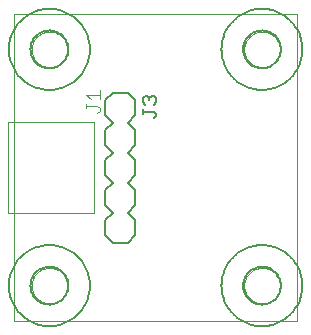
<source format=gto>
G75*
G70*
%OFA0B0*%
%FSLAX24Y24*%
%IPPOS*%
%LPD*%
%AMOC8*
5,1,8,0,0,1.08239X$1,22.5*
%
%ADD10C,0.0000*%
%ADD11C,0.0060*%
%ADD12C,0.0080*%
%ADD13C,0.0050*%
%ADD14C,0.0040*%
D10*
X005590Y003256D02*
X005590Y013492D01*
X015039Y013492D01*
X015039Y003256D01*
X005590Y003256D01*
X006180Y004437D02*
X006182Y004485D01*
X006188Y004533D01*
X006198Y004580D01*
X006211Y004626D01*
X006229Y004671D01*
X006249Y004715D01*
X006274Y004757D01*
X006302Y004796D01*
X006332Y004833D01*
X006366Y004867D01*
X006403Y004899D01*
X006441Y004928D01*
X006482Y004953D01*
X006525Y004975D01*
X006570Y004993D01*
X006616Y005007D01*
X006663Y005018D01*
X006711Y005025D01*
X006759Y005028D01*
X006807Y005027D01*
X006855Y005022D01*
X006903Y005013D01*
X006949Y005001D01*
X006994Y004984D01*
X007038Y004964D01*
X007080Y004941D01*
X007120Y004914D01*
X007158Y004884D01*
X007193Y004851D01*
X007225Y004815D01*
X007255Y004777D01*
X007281Y004736D01*
X007303Y004693D01*
X007323Y004649D01*
X007338Y004604D01*
X007350Y004557D01*
X007358Y004509D01*
X007362Y004461D01*
X007362Y004413D01*
X007358Y004365D01*
X007350Y004317D01*
X007338Y004270D01*
X007323Y004225D01*
X007303Y004181D01*
X007281Y004138D01*
X007255Y004097D01*
X007225Y004059D01*
X007193Y004023D01*
X007158Y003990D01*
X007120Y003960D01*
X007080Y003933D01*
X007038Y003910D01*
X006994Y003890D01*
X006949Y003873D01*
X006903Y003861D01*
X006855Y003852D01*
X006807Y003847D01*
X006759Y003846D01*
X006711Y003849D01*
X006663Y003856D01*
X006616Y003867D01*
X006570Y003881D01*
X006525Y003899D01*
X006482Y003921D01*
X006441Y003946D01*
X006403Y003975D01*
X006366Y004007D01*
X006332Y004041D01*
X006302Y004078D01*
X006274Y004117D01*
X006249Y004159D01*
X006229Y004203D01*
X006211Y004248D01*
X006198Y004294D01*
X006188Y004341D01*
X006182Y004389D01*
X006180Y004437D01*
X013267Y004437D02*
X013269Y004485D01*
X013275Y004533D01*
X013285Y004580D01*
X013298Y004626D01*
X013316Y004671D01*
X013336Y004715D01*
X013361Y004757D01*
X013389Y004796D01*
X013419Y004833D01*
X013453Y004867D01*
X013490Y004899D01*
X013528Y004928D01*
X013569Y004953D01*
X013612Y004975D01*
X013657Y004993D01*
X013703Y005007D01*
X013750Y005018D01*
X013798Y005025D01*
X013846Y005028D01*
X013894Y005027D01*
X013942Y005022D01*
X013990Y005013D01*
X014036Y005001D01*
X014081Y004984D01*
X014125Y004964D01*
X014167Y004941D01*
X014207Y004914D01*
X014245Y004884D01*
X014280Y004851D01*
X014312Y004815D01*
X014342Y004777D01*
X014368Y004736D01*
X014390Y004693D01*
X014410Y004649D01*
X014425Y004604D01*
X014437Y004557D01*
X014445Y004509D01*
X014449Y004461D01*
X014449Y004413D01*
X014445Y004365D01*
X014437Y004317D01*
X014425Y004270D01*
X014410Y004225D01*
X014390Y004181D01*
X014368Y004138D01*
X014342Y004097D01*
X014312Y004059D01*
X014280Y004023D01*
X014245Y003990D01*
X014207Y003960D01*
X014167Y003933D01*
X014125Y003910D01*
X014081Y003890D01*
X014036Y003873D01*
X013990Y003861D01*
X013942Y003852D01*
X013894Y003847D01*
X013846Y003846D01*
X013798Y003849D01*
X013750Y003856D01*
X013703Y003867D01*
X013657Y003881D01*
X013612Y003899D01*
X013569Y003921D01*
X013528Y003946D01*
X013490Y003975D01*
X013453Y004007D01*
X013419Y004041D01*
X013389Y004078D01*
X013361Y004117D01*
X013336Y004159D01*
X013316Y004203D01*
X013298Y004248D01*
X013285Y004294D01*
X013275Y004341D01*
X013269Y004389D01*
X013267Y004437D01*
X013267Y012311D02*
X013269Y012359D01*
X013275Y012407D01*
X013285Y012454D01*
X013298Y012500D01*
X013316Y012545D01*
X013336Y012589D01*
X013361Y012631D01*
X013389Y012670D01*
X013419Y012707D01*
X013453Y012741D01*
X013490Y012773D01*
X013528Y012802D01*
X013569Y012827D01*
X013612Y012849D01*
X013657Y012867D01*
X013703Y012881D01*
X013750Y012892D01*
X013798Y012899D01*
X013846Y012902D01*
X013894Y012901D01*
X013942Y012896D01*
X013990Y012887D01*
X014036Y012875D01*
X014081Y012858D01*
X014125Y012838D01*
X014167Y012815D01*
X014207Y012788D01*
X014245Y012758D01*
X014280Y012725D01*
X014312Y012689D01*
X014342Y012651D01*
X014368Y012610D01*
X014390Y012567D01*
X014410Y012523D01*
X014425Y012478D01*
X014437Y012431D01*
X014445Y012383D01*
X014449Y012335D01*
X014449Y012287D01*
X014445Y012239D01*
X014437Y012191D01*
X014425Y012144D01*
X014410Y012099D01*
X014390Y012055D01*
X014368Y012012D01*
X014342Y011971D01*
X014312Y011933D01*
X014280Y011897D01*
X014245Y011864D01*
X014207Y011834D01*
X014167Y011807D01*
X014125Y011784D01*
X014081Y011764D01*
X014036Y011747D01*
X013990Y011735D01*
X013942Y011726D01*
X013894Y011721D01*
X013846Y011720D01*
X013798Y011723D01*
X013750Y011730D01*
X013703Y011741D01*
X013657Y011755D01*
X013612Y011773D01*
X013569Y011795D01*
X013528Y011820D01*
X013490Y011849D01*
X013453Y011881D01*
X013419Y011915D01*
X013389Y011952D01*
X013361Y011991D01*
X013336Y012033D01*
X013316Y012077D01*
X013298Y012122D01*
X013285Y012168D01*
X013275Y012215D01*
X013269Y012263D01*
X013267Y012311D01*
X006180Y012311D02*
X006182Y012359D01*
X006188Y012407D01*
X006198Y012454D01*
X006211Y012500D01*
X006229Y012545D01*
X006249Y012589D01*
X006274Y012631D01*
X006302Y012670D01*
X006332Y012707D01*
X006366Y012741D01*
X006403Y012773D01*
X006441Y012802D01*
X006482Y012827D01*
X006525Y012849D01*
X006570Y012867D01*
X006616Y012881D01*
X006663Y012892D01*
X006711Y012899D01*
X006759Y012902D01*
X006807Y012901D01*
X006855Y012896D01*
X006903Y012887D01*
X006949Y012875D01*
X006994Y012858D01*
X007038Y012838D01*
X007080Y012815D01*
X007120Y012788D01*
X007158Y012758D01*
X007193Y012725D01*
X007225Y012689D01*
X007255Y012651D01*
X007281Y012610D01*
X007303Y012567D01*
X007323Y012523D01*
X007338Y012478D01*
X007350Y012431D01*
X007358Y012383D01*
X007362Y012335D01*
X007362Y012287D01*
X007358Y012239D01*
X007350Y012191D01*
X007338Y012144D01*
X007323Y012099D01*
X007303Y012055D01*
X007281Y012012D01*
X007255Y011971D01*
X007225Y011933D01*
X007193Y011897D01*
X007158Y011864D01*
X007120Y011834D01*
X007080Y011807D01*
X007038Y011784D01*
X006994Y011764D01*
X006949Y011747D01*
X006903Y011735D01*
X006855Y011726D01*
X006807Y011721D01*
X006759Y011720D01*
X006711Y011723D01*
X006663Y011730D01*
X006616Y011741D01*
X006570Y011755D01*
X006525Y011773D01*
X006482Y011795D01*
X006441Y011820D01*
X006403Y011849D01*
X006366Y011881D01*
X006332Y011915D01*
X006302Y011952D01*
X006274Y011991D01*
X006249Y012033D01*
X006229Y012077D01*
X006211Y012122D01*
X006198Y012168D01*
X006188Y012215D01*
X006182Y012263D01*
X006180Y012311D01*
D11*
X005421Y012311D02*
X005423Y012384D01*
X005429Y012457D01*
X005439Y012529D01*
X005453Y012601D01*
X005470Y012672D01*
X005492Y012742D01*
X005517Y012811D01*
X005546Y012878D01*
X005578Y012943D01*
X005614Y013007D01*
X005654Y013069D01*
X005696Y013128D01*
X005742Y013185D01*
X005791Y013239D01*
X005843Y013291D01*
X005897Y013340D01*
X005954Y013386D01*
X006013Y013428D01*
X006075Y013468D01*
X006139Y013504D01*
X006204Y013536D01*
X006271Y013565D01*
X006340Y013590D01*
X006410Y013612D01*
X006481Y013629D01*
X006553Y013643D01*
X006625Y013653D01*
X006698Y013659D01*
X006771Y013661D01*
X006844Y013659D01*
X006917Y013653D01*
X006989Y013643D01*
X007061Y013629D01*
X007132Y013612D01*
X007202Y013590D01*
X007271Y013565D01*
X007338Y013536D01*
X007403Y013504D01*
X007467Y013468D01*
X007529Y013428D01*
X007588Y013386D01*
X007645Y013340D01*
X007699Y013291D01*
X007751Y013239D01*
X007800Y013185D01*
X007846Y013128D01*
X007888Y013069D01*
X007928Y013007D01*
X007964Y012943D01*
X007996Y012878D01*
X008025Y012811D01*
X008050Y012742D01*
X008072Y012672D01*
X008089Y012601D01*
X008103Y012529D01*
X008113Y012457D01*
X008119Y012384D01*
X008121Y012311D01*
X008119Y012238D01*
X008113Y012165D01*
X008103Y012093D01*
X008089Y012021D01*
X008072Y011950D01*
X008050Y011880D01*
X008025Y011811D01*
X007996Y011744D01*
X007964Y011679D01*
X007928Y011615D01*
X007888Y011553D01*
X007846Y011494D01*
X007800Y011437D01*
X007751Y011383D01*
X007699Y011331D01*
X007645Y011282D01*
X007588Y011236D01*
X007529Y011194D01*
X007467Y011154D01*
X007403Y011118D01*
X007338Y011086D01*
X007271Y011057D01*
X007202Y011032D01*
X007132Y011010D01*
X007061Y010993D01*
X006989Y010979D01*
X006917Y010969D01*
X006844Y010963D01*
X006771Y010961D01*
X006698Y010963D01*
X006625Y010969D01*
X006553Y010979D01*
X006481Y010993D01*
X006410Y011010D01*
X006340Y011032D01*
X006271Y011057D01*
X006204Y011086D01*
X006139Y011118D01*
X006075Y011154D01*
X006013Y011194D01*
X005954Y011236D01*
X005897Y011282D01*
X005843Y011331D01*
X005791Y011383D01*
X005742Y011437D01*
X005696Y011494D01*
X005654Y011553D01*
X005614Y011615D01*
X005578Y011679D01*
X005546Y011744D01*
X005517Y011811D01*
X005492Y011880D01*
X005470Y011950D01*
X005453Y012021D01*
X005439Y012093D01*
X005429Y012165D01*
X005423Y012238D01*
X005421Y012311D01*
X005421Y004437D02*
X005423Y004510D01*
X005429Y004583D01*
X005439Y004655D01*
X005453Y004727D01*
X005470Y004798D01*
X005492Y004868D01*
X005517Y004937D01*
X005546Y005004D01*
X005578Y005069D01*
X005614Y005133D01*
X005654Y005195D01*
X005696Y005254D01*
X005742Y005311D01*
X005791Y005365D01*
X005843Y005417D01*
X005897Y005466D01*
X005954Y005512D01*
X006013Y005554D01*
X006075Y005594D01*
X006139Y005630D01*
X006204Y005662D01*
X006271Y005691D01*
X006340Y005716D01*
X006410Y005738D01*
X006481Y005755D01*
X006553Y005769D01*
X006625Y005779D01*
X006698Y005785D01*
X006771Y005787D01*
X006844Y005785D01*
X006917Y005779D01*
X006989Y005769D01*
X007061Y005755D01*
X007132Y005738D01*
X007202Y005716D01*
X007271Y005691D01*
X007338Y005662D01*
X007403Y005630D01*
X007467Y005594D01*
X007529Y005554D01*
X007588Y005512D01*
X007645Y005466D01*
X007699Y005417D01*
X007751Y005365D01*
X007800Y005311D01*
X007846Y005254D01*
X007888Y005195D01*
X007928Y005133D01*
X007964Y005069D01*
X007996Y005004D01*
X008025Y004937D01*
X008050Y004868D01*
X008072Y004798D01*
X008089Y004727D01*
X008103Y004655D01*
X008113Y004583D01*
X008119Y004510D01*
X008121Y004437D01*
X008119Y004364D01*
X008113Y004291D01*
X008103Y004219D01*
X008089Y004147D01*
X008072Y004076D01*
X008050Y004006D01*
X008025Y003937D01*
X007996Y003870D01*
X007964Y003805D01*
X007928Y003741D01*
X007888Y003679D01*
X007846Y003620D01*
X007800Y003563D01*
X007751Y003509D01*
X007699Y003457D01*
X007645Y003408D01*
X007588Y003362D01*
X007529Y003320D01*
X007467Y003280D01*
X007403Y003244D01*
X007338Y003212D01*
X007271Y003183D01*
X007202Y003158D01*
X007132Y003136D01*
X007061Y003119D01*
X006989Y003105D01*
X006917Y003095D01*
X006844Y003089D01*
X006771Y003087D01*
X006698Y003089D01*
X006625Y003095D01*
X006553Y003105D01*
X006481Y003119D01*
X006410Y003136D01*
X006340Y003158D01*
X006271Y003183D01*
X006204Y003212D01*
X006139Y003244D01*
X006075Y003280D01*
X006013Y003320D01*
X005954Y003362D01*
X005897Y003408D01*
X005843Y003457D01*
X005791Y003509D01*
X005742Y003563D01*
X005696Y003620D01*
X005654Y003679D01*
X005614Y003741D01*
X005578Y003805D01*
X005546Y003870D01*
X005517Y003937D01*
X005492Y004006D01*
X005470Y004076D01*
X005453Y004147D01*
X005439Y004219D01*
X005429Y004291D01*
X005423Y004364D01*
X005421Y004437D01*
X012508Y004437D02*
X012510Y004510D01*
X012516Y004583D01*
X012526Y004655D01*
X012540Y004727D01*
X012557Y004798D01*
X012579Y004868D01*
X012604Y004937D01*
X012633Y005004D01*
X012665Y005069D01*
X012701Y005133D01*
X012741Y005195D01*
X012783Y005254D01*
X012829Y005311D01*
X012878Y005365D01*
X012930Y005417D01*
X012984Y005466D01*
X013041Y005512D01*
X013100Y005554D01*
X013162Y005594D01*
X013226Y005630D01*
X013291Y005662D01*
X013358Y005691D01*
X013427Y005716D01*
X013497Y005738D01*
X013568Y005755D01*
X013640Y005769D01*
X013712Y005779D01*
X013785Y005785D01*
X013858Y005787D01*
X013931Y005785D01*
X014004Y005779D01*
X014076Y005769D01*
X014148Y005755D01*
X014219Y005738D01*
X014289Y005716D01*
X014358Y005691D01*
X014425Y005662D01*
X014490Y005630D01*
X014554Y005594D01*
X014616Y005554D01*
X014675Y005512D01*
X014732Y005466D01*
X014786Y005417D01*
X014838Y005365D01*
X014887Y005311D01*
X014933Y005254D01*
X014975Y005195D01*
X015015Y005133D01*
X015051Y005069D01*
X015083Y005004D01*
X015112Y004937D01*
X015137Y004868D01*
X015159Y004798D01*
X015176Y004727D01*
X015190Y004655D01*
X015200Y004583D01*
X015206Y004510D01*
X015208Y004437D01*
X015206Y004364D01*
X015200Y004291D01*
X015190Y004219D01*
X015176Y004147D01*
X015159Y004076D01*
X015137Y004006D01*
X015112Y003937D01*
X015083Y003870D01*
X015051Y003805D01*
X015015Y003741D01*
X014975Y003679D01*
X014933Y003620D01*
X014887Y003563D01*
X014838Y003509D01*
X014786Y003457D01*
X014732Y003408D01*
X014675Y003362D01*
X014616Y003320D01*
X014554Y003280D01*
X014490Y003244D01*
X014425Y003212D01*
X014358Y003183D01*
X014289Y003158D01*
X014219Y003136D01*
X014148Y003119D01*
X014076Y003105D01*
X014004Y003095D01*
X013931Y003089D01*
X013858Y003087D01*
X013785Y003089D01*
X013712Y003095D01*
X013640Y003105D01*
X013568Y003119D01*
X013497Y003136D01*
X013427Y003158D01*
X013358Y003183D01*
X013291Y003212D01*
X013226Y003244D01*
X013162Y003280D01*
X013100Y003320D01*
X013041Y003362D01*
X012984Y003408D01*
X012930Y003457D01*
X012878Y003509D01*
X012829Y003563D01*
X012783Y003620D01*
X012741Y003679D01*
X012701Y003741D01*
X012665Y003805D01*
X012633Y003870D01*
X012604Y003937D01*
X012579Y004006D01*
X012557Y004076D01*
X012540Y004147D01*
X012526Y004219D01*
X012516Y004291D01*
X012510Y004364D01*
X012508Y004437D01*
X012508Y012311D02*
X012510Y012384D01*
X012516Y012457D01*
X012526Y012529D01*
X012540Y012601D01*
X012557Y012672D01*
X012579Y012742D01*
X012604Y012811D01*
X012633Y012878D01*
X012665Y012943D01*
X012701Y013007D01*
X012741Y013069D01*
X012783Y013128D01*
X012829Y013185D01*
X012878Y013239D01*
X012930Y013291D01*
X012984Y013340D01*
X013041Y013386D01*
X013100Y013428D01*
X013162Y013468D01*
X013226Y013504D01*
X013291Y013536D01*
X013358Y013565D01*
X013427Y013590D01*
X013497Y013612D01*
X013568Y013629D01*
X013640Y013643D01*
X013712Y013653D01*
X013785Y013659D01*
X013858Y013661D01*
X013931Y013659D01*
X014004Y013653D01*
X014076Y013643D01*
X014148Y013629D01*
X014219Y013612D01*
X014289Y013590D01*
X014358Y013565D01*
X014425Y013536D01*
X014490Y013504D01*
X014554Y013468D01*
X014616Y013428D01*
X014675Y013386D01*
X014732Y013340D01*
X014786Y013291D01*
X014838Y013239D01*
X014887Y013185D01*
X014933Y013128D01*
X014975Y013069D01*
X015015Y013007D01*
X015051Y012943D01*
X015083Y012878D01*
X015112Y012811D01*
X015137Y012742D01*
X015159Y012672D01*
X015176Y012601D01*
X015190Y012529D01*
X015200Y012457D01*
X015206Y012384D01*
X015208Y012311D01*
X015206Y012238D01*
X015200Y012165D01*
X015190Y012093D01*
X015176Y012021D01*
X015159Y011950D01*
X015137Y011880D01*
X015112Y011811D01*
X015083Y011744D01*
X015051Y011679D01*
X015015Y011615D01*
X014975Y011553D01*
X014933Y011494D01*
X014887Y011437D01*
X014838Y011383D01*
X014786Y011331D01*
X014732Y011282D01*
X014675Y011236D01*
X014616Y011194D01*
X014554Y011154D01*
X014490Y011118D01*
X014425Y011086D01*
X014358Y011057D01*
X014289Y011032D01*
X014219Y011010D01*
X014148Y010993D01*
X014076Y010979D01*
X014004Y010969D01*
X013931Y010963D01*
X013858Y010961D01*
X013785Y010963D01*
X013712Y010969D01*
X013640Y010979D01*
X013568Y010993D01*
X013497Y011010D01*
X013427Y011032D01*
X013358Y011057D01*
X013291Y011086D01*
X013226Y011118D01*
X013162Y011154D01*
X013100Y011194D01*
X013041Y011236D01*
X012984Y011282D01*
X012930Y011331D01*
X012878Y011383D01*
X012829Y011437D01*
X012783Y011494D01*
X012741Y011553D01*
X012701Y011615D01*
X012665Y011679D01*
X012633Y011744D01*
X012604Y011811D01*
X012579Y011880D01*
X012557Y011950D01*
X012540Y012021D01*
X012526Y012093D01*
X012516Y012165D01*
X012510Y012238D01*
X012508Y012311D01*
D12*
X013228Y012311D02*
X013230Y012361D01*
X013236Y012411D01*
X013246Y012460D01*
X013260Y012508D01*
X013277Y012555D01*
X013298Y012600D01*
X013323Y012644D01*
X013351Y012685D01*
X013383Y012724D01*
X013417Y012761D01*
X013454Y012795D01*
X013494Y012825D01*
X013536Y012852D01*
X013580Y012876D01*
X013626Y012897D01*
X013673Y012913D01*
X013721Y012926D01*
X013771Y012935D01*
X013820Y012940D01*
X013871Y012941D01*
X013921Y012938D01*
X013970Y012931D01*
X014019Y012920D01*
X014067Y012905D01*
X014113Y012887D01*
X014158Y012865D01*
X014201Y012839D01*
X014242Y012810D01*
X014281Y012778D01*
X014317Y012743D01*
X014349Y012705D01*
X014379Y012665D01*
X014406Y012622D01*
X014429Y012578D01*
X014448Y012532D01*
X014464Y012484D01*
X014476Y012435D01*
X014484Y012386D01*
X014488Y012336D01*
X014488Y012286D01*
X014484Y012236D01*
X014476Y012187D01*
X014464Y012138D01*
X014448Y012090D01*
X014429Y012044D01*
X014406Y012000D01*
X014379Y011957D01*
X014349Y011917D01*
X014317Y011879D01*
X014281Y011844D01*
X014242Y011812D01*
X014201Y011783D01*
X014158Y011757D01*
X014113Y011735D01*
X014067Y011717D01*
X014019Y011702D01*
X013970Y011691D01*
X013921Y011684D01*
X013871Y011681D01*
X013820Y011682D01*
X013771Y011687D01*
X013721Y011696D01*
X013673Y011709D01*
X013626Y011725D01*
X013580Y011746D01*
X013536Y011770D01*
X013494Y011797D01*
X013454Y011827D01*
X013417Y011861D01*
X013383Y011898D01*
X013351Y011937D01*
X013323Y011978D01*
X013298Y012022D01*
X013277Y012067D01*
X013260Y012114D01*
X013246Y012162D01*
X013236Y012211D01*
X013230Y012261D01*
X013228Y012311D01*
X009634Y010624D02*
X009634Y010124D01*
X009384Y009874D01*
X009634Y009624D01*
X009634Y009124D01*
X009384Y008874D01*
X009634Y008624D01*
X009634Y008124D01*
X009384Y007874D01*
X009634Y007624D01*
X009634Y007124D01*
X009384Y006874D01*
X009634Y006624D01*
X009634Y006124D01*
X009384Y005874D01*
X008884Y005874D01*
X008634Y006124D01*
X008634Y006624D01*
X008884Y006874D01*
X008634Y007124D01*
X008634Y007624D01*
X008884Y007874D01*
X008634Y008124D01*
X008634Y008624D01*
X008884Y008874D01*
X008634Y009124D01*
X008634Y009624D01*
X008884Y009874D01*
X008634Y010124D01*
X008634Y010624D01*
X008884Y010874D01*
X009384Y010874D01*
X009634Y010624D01*
X006141Y012311D02*
X006143Y012361D01*
X006149Y012411D01*
X006159Y012460D01*
X006173Y012508D01*
X006190Y012555D01*
X006211Y012600D01*
X006236Y012644D01*
X006264Y012685D01*
X006296Y012724D01*
X006330Y012761D01*
X006367Y012795D01*
X006407Y012825D01*
X006449Y012852D01*
X006493Y012876D01*
X006539Y012897D01*
X006586Y012913D01*
X006634Y012926D01*
X006684Y012935D01*
X006733Y012940D01*
X006784Y012941D01*
X006834Y012938D01*
X006883Y012931D01*
X006932Y012920D01*
X006980Y012905D01*
X007026Y012887D01*
X007071Y012865D01*
X007114Y012839D01*
X007155Y012810D01*
X007194Y012778D01*
X007230Y012743D01*
X007262Y012705D01*
X007292Y012665D01*
X007319Y012622D01*
X007342Y012578D01*
X007361Y012532D01*
X007377Y012484D01*
X007389Y012435D01*
X007397Y012386D01*
X007401Y012336D01*
X007401Y012286D01*
X007397Y012236D01*
X007389Y012187D01*
X007377Y012138D01*
X007361Y012090D01*
X007342Y012044D01*
X007319Y012000D01*
X007292Y011957D01*
X007262Y011917D01*
X007230Y011879D01*
X007194Y011844D01*
X007155Y011812D01*
X007114Y011783D01*
X007071Y011757D01*
X007026Y011735D01*
X006980Y011717D01*
X006932Y011702D01*
X006883Y011691D01*
X006834Y011684D01*
X006784Y011681D01*
X006733Y011682D01*
X006684Y011687D01*
X006634Y011696D01*
X006586Y011709D01*
X006539Y011725D01*
X006493Y011746D01*
X006449Y011770D01*
X006407Y011797D01*
X006367Y011827D01*
X006330Y011861D01*
X006296Y011898D01*
X006264Y011937D01*
X006236Y011978D01*
X006211Y012022D01*
X006190Y012067D01*
X006173Y012114D01*
X006159Y012162D01*
X006149Y012211D01*
X006143Y012261D01*
X006141Y012311D01*
X006141Y004437D02*
X006143Y004487D01*
X006149Y004537D01*
X006159Y004586D01*
X006173Y004634D01*
X006190Y004681D01*
X006211Y004726D01*
X006236Y004770D01*
X006264Y004811D01*
X006296Y004850D01*
X006330Y004887D01*
X006367Y004921D01*
X006407Y004951D01*
X006449Y004978D01*
X006493Y005002D01*
X006539Y005023D01*
X006586Y005039D01*
X006634Y005052D01*
X006684Y005061D01*
X006733Y005066D01*
X006784Y005067D01*
X006834Y005064D01*
X006883Y005057D01*
X006932Y005046D01*
X006980Y005031D01*
X007026Y005013D01*
X007071Y004991D01*
X007114Y004965D01*
X007155Y004936D01*
X007194Y004904D01*
X007230Y004869D01*
X007262Y004831D01*
X007292Y004791D01*
X007319Y004748D01*
X007342Y004704D01*
X007361Y004658D01*
X007377Y004610D01*
X007389Y004561D01*
X007397Y004512D01*
X007401Y004462D01*
X007401Y004412D01*
X007397Y004362D01*
X007389Y004313D01*
X007377Y004264D01*
X007361Y004216D01*
X007342Y004170D01*
X007319Y004126D01*
X007292Y004083D01*
X007262Y004043D01*
X007230Y004005D01*
X007194Y003970D01*
X007155Y003938D01*
X007114Y003909D01*
X007071Y003883D01*
X007026Y003861D01*
X006980Y003843D01*
X006932Y003828D01*
X006883Y003817D01*
X006834Y003810D01*
X006784Y003807D01*
X006733Y003808D01*
X006684Y003813D01*
X006634Y003822D01*
X006586Y003835D01*
X006539Y003851D01*
X006493Y003872D01*
X006449Y003896D01*
X006407Y003923D01*
X006367Y003953D01*
X006330Y003987D01*
X006296Y004024D01*
X006264Y004063D01*
X006236Y004104D01*
X006211Y004148D01*
X006190Y004193D01*
X006173Y004240D01*
X006159Y004288D01*
X006149Y004337D01*
X006143Y004387D01*
X006141Y004437D01*
X013228Y004437D02*
X013230Y004487D01*
X013236Y004537D01*
X013246Y004586D01*
X013260Y004634D01*
X013277Y004681D01*
X013298Y004726D01*
X013323Y004770D01*
X013351Y004811D01*
X013383Y004850D01*
X013417Y004887D01*
X013454Y004921D01*
X013494Y004951D01*
X013536Y004978D01*
X013580Y005002D01*
X013626Y005023D01*
X013673Y005039D01*
X013721Y005052D01*
X013771Y005061D01*
X013820Y005066D01*
X013871Y005067D01*
X013921Y005064D01*
X013970Y005057D01*
X014019Y005046D01*
X014067Y005031D01*
X014113Y005013D01*
X014158Y004991D01*
X014201Y004965D01*
X014242Y004936D01*
X014281Y004904D01*
X014317Y004869D01*
X014349Y004831D01*
X014379Y004791D01*
X014406Y004748D01*
X014429Y004704D01*
X014448Y004658D01*
X014464Y004610D01*
X014476Y004561D01*
X014484Y004512D01*
X014488Y004462D01*
X014488Y004412D01*
X014484Y004362D01*
X014476Y004313D01*
X014464Y004264D01*
X014448Y004216D01*
X014429Y004170D01*
X014406Y004126D01*
X014379Y004083D01*
X014349Y004043D01*
X014317Y004005D01*
X014281Y003970D01*
X014242Y003938D01*
X014201Y003909D01*
X014158Y003883D01*
X014113Y003861D01*
X014067Y003843D01*
X014019Y003828D01*
X013970Y003817D01*
X013921Y003810D01*
X013871Y003807D01*
X013820Y003808D01*
X013771Y003813D01*
X013721Y003822D01*
X013673Y003835D01*
X013626Y003851D01*
X013580Y003872D01*
X013536Y003896D01*
X013494Y003923D01*
X013454Y003953D01*
X013417Y003987D01*
X013383Y004024D01*
X013351Y004063D01*
X013323Y004104D01*
X013298Y004148D01*
X013277Y004193D01*
X013260Y004240D01*
X013246Y004288D01*
X013236Y004337D01*
X013230Y004387D01*
X013228Y004437D01*
D13*
X010253Y010008D02*
X010329Y010083D01*
X010329Y010158D01*
X010253Y010233D01*
X009878Y010233D01*
X009878Y010158D02*
X009878Y010308D01*
X009953Y010468D02*
X009878Y010543D01*
X009878Y010693D01*
X009953Y010768D01*
X010028Y010768D01*
X010103Y010693D01*
X010178Y010768D01*
X010253Y010768D01*
X010329Y010693D01*
X010329Y010543D01*
X010253Y010468D01*
X010103Y010618D02*
X010103Y010693D01*
D14*
X008451Y010653D02*
X008451Y010960D01*
X008451Y010806D02*
X007991Y010806D01*
X008144Y010653D01*
X007991Y010500D02*
X007991Y010346D01*
X007991Y010423D02*
X008374Y010423D01*
X008451Y010346D01*
X008451Y010269D01*
X008374Y010193D01*
X008267Y009889D02*
X008267Y006858D01*
X005393Y006858D01*
X005393Y009889D01*
X008267Y009889D01*
M02*

</source>
